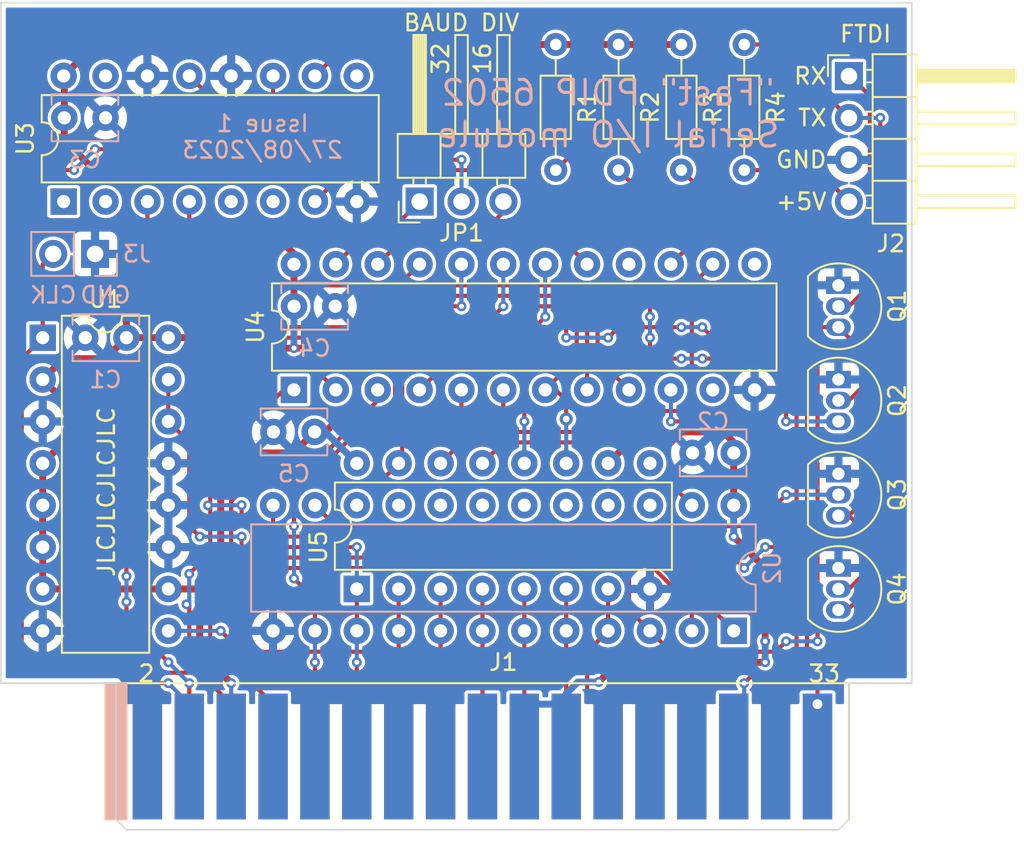
<source format=kicad_pcb>
(kicad_pcb (version 20221018) (generator pcbnew)
  (layers (0 "F.Cu" signal) (31 "B.Cu" signal) (34 "B.Paste" user) (35 "F.Paste" user) (36 "B.SilkS" user "B.Silkscreen") (37 "F.SilkS" user "F.Silkscreen") (38 "B.Mask" user) (39 "F.Mask" user) (44 "Edge.Cuts" user))
  (net 0 "")
  (net 1 "/CLK")
  (net 2 "VCC")
  (net 3 "GND")
  (net 4 "/~{WR_TDR}")
  (net 5 "/~{TXSHIFT}")
  (net 6 "/D0")
  (net 7 "/D1")
  (net 8 "/D2")
  (net 9 "/D3")
  (net 10 "/D4")
  (net 11 "/D5")
  (net 12 "/D6")
  (net 13 "/D7")
  (net 14 "/~{RESET}")
  (net 15 "/TX")
  (net 24 "/TXDONE")
  (net 27 "/FTDI_TX")
  (net 28 "/FTDI_RX")
  (net 31 "/FTDI_5V")
  (net 33 "/C0")
  (net 35 "/~{CS}")
  (net 36 "/R~{W}")
  (net 37 "/A0")
  (net 40 "/C1")
  (net 42 "/C4")
  (net 43 "/~{IRQ}")
  (net 45 "Net-(Q1-D)")
  (net 46 "/RXBUSY")
  (net 47 "/DIVCLK")
  (net 48 "/RX")
  (net 49 "Net-(Q3-D)")
  (net 50 "/~{RD_RDR}")
  (net 51 "/RCLK")
  (net 53 "/V~{R}W")
  (net 54 "/~{VA7}")
  (net 55 "/A7")
  (net 56 "/A3")
  (net 57 "/A2")
  (net 58 "/A1")
  (net 59 "Net-(JP1-A)")
  (net 60 "Net-(JP1-B)")
  (footprint "Connector_PinHeader_2.54mm:PinHeader_1x03_P2.54mm_Horizontal" (layer "F.Cu") (at 120.015 123.19 90)
    (fp_text reference "JP1")
    (fp_text value "Jumper_3_Bridged12")
  )
  (footprint "Package_DIP:DIP-16_W7.62mm" (layer "F.Cu") (at 116.205 146.685 90)
    (fp_text reference "U5")
    (fp_text value "74HC595")
  )
  (footprint "Resistor_THT:R_Axial_DIN0204_L3.6mm_D1.6mm_P7.62mm_Horizontal" (layer "F.Cu") (at 132.08 113.665 -90)
    (fp_text reference "R2")
    (fp_text value "1k5")
  )
  (footprint "Package_DIP:DIP-16_W7.62mm" (layer "F.Cu") (at 98.425 123.19 90)
    (fp_text reference "U3")
    (fp_text value "74HC590A")
  )
  (footprint "Package_TO_SOT_THT:TO-92_Inline" (layer "F.Cu") (at 145.415 145.415 -90)
    (fp_text reference "Q4")
    (fp_text value "2N7000")
  )
  (footprint "PCB_Edge_Connectors:PCB_Edge_33pin_sense" (layer "F.Cu") (at 125.095 151.13)
    (fp_text reference "J1")
    (fp_text value "conn_pcb_edge_33pin_sense")
  )
  (footprint "Package_TO_SOT_THT:TO-92_Inline" (layer "F.Cu") (at 145.415 128.27 -90)
    (fp_text reference "Q1")
    (fp_text value "2N7000")
  )
  (footprint "Connector_PinHeader_2.54mm:PinHeader_1x04_P2.54mm_Horizontal" (layer "F.Cu") (at 146.05 115.58)
    (fp_text reference "J2")
    (fp_text value "Conn_01x04_Pin")
  )
  (footprint "Package_TO_SOT_THT:TO-92_Inline" (layer "F.Cu") (at 145.415 133.985 -90)
    (fp_text reference "Q2")
    (fp_text value "2N7000")
  )
  (footprint "Resistor_THT:R_Axial_DIN0204_L3.6mm_D1.6mm_P7.62mm_Horizontal" (layer "F.Cu") (at 135.89 113.665 -90)
    (fp_text reference "R3")
    (fp_text value "4k7")
  )
  (footprint "Resistor_THT:R_Axial_DIN0204_L3.6mm_D1.6mm_P7.62mm_Horizontal" (layer "F.Cu") (at 139.7 113.665 -90)
    (fp_text reference "R4")
    (fp_text value "1k5")
  )
  (footprint "Package_TO_SOT_THT:TO-92_Inline" (layer "F.Cu") (at 145.415 139.7 -90)
    (fp_text reference "Q3")
    (fp_text value "2N7000")
  )
  (footprint "Package_DIP:DIP-24_W7.62mm" (layer "F.Cu") (at 112.39 134.61 90)
    (fp_text reference "U4")
    (fp_text value "Serial_Control_PLD")
  )
  (footprint "Package_DIP:DIP-16_W7.62mm" (layer "F.Cu") (at 97.155 131.445)
    (fp_text reference "U1")
    (fp_text value "74HC40103")
  )
  (footprint "Resistor_THT:R_Axial_DIN0204_L3.6mm_D1.6mm_P7.62mm_Horizontal" (layer "F.Cu") (at 128.27 113.665 -90)
    (fp_text reference "R1")
    (fp_text value "10k")
  )
  (footprint "Capacitor_THT:C_Disc_D3.8mm_W2.6mm_P2.50mm" (layer "B.Cu") (at 113.645 137.16 180)
    (fp_text reference "C5")
    (fp_text value ".1u")
  )
  (footprint "Capacitor_THT:C_Disc_D3.8mm_W2.6mm_P2.50mm" (layer "B.Cu") (at 102.235 131.445 180)
    (fp_text reference "C1")
    (fp_text value ".1u")
  )
  (footprint "Package_DIP:DIP-24_W7.62mm" (layer "B.Cu") (at 139.065 149.225 90)
    (fp_text reference "U2")
    (fp_text value "TX PLD")
  )
  (footprint "Capacitor_THT:C_Disc_D3.8mm_W2.6mm_P2.50mm" (layer "B.Cu") (at 139.065 138.43 180)
    (fp_text reference "C2")
    (fp_text value ".1u")
  )
  (footprint "Capacitor_THT:C_Disc_D3.8mm_W2.6mm_P2.50mm" (layer "B.Cu") (at 98.465 118.11)
    (fp_text reference "C3")
    (fp_text value ".1u")
  )
  (footprint "Connector_PinHeader_2.54mm:PinHeader_1x02_P2.54mm_Vertical" (layer "B.Cu") (at 100.33 126.365 90)
    (fp_text reference "J3")
    (fp_text value "Conn_01x02")
  )
  (footprint "Capacitor_THT:C_Disc_D3.8mm_W2.6mm_P2.50mm" (layer "B.Cu") (at 112.395 129.54)
    (fp_text reference "C4")
    (fp_text value ".1u")
  )
  (gr_poly (pts (xy 145.415 161.29) (xy 102.235 161.29) (xy 101.6 160.655) (xy 101.6 152.4) (xy 94.615 152.4) (xy 94.615 111.125) (xy 149.86 111.125) (xy 149.86 152.4) (xy 146.05 152.4) (xy 146.05 160.655)) (stroke (width 0.1)) (fill none) (layer "Edge.Cuts"))
  (gr_text "Serial I/O module" (at 131.445 120.015) (layer "B.SilkS") (effects (font (size 1.5 1.5) (thickness 0.1875)) (justify bottom mirror)))
  (gr_text "CLK" (at 97.79 128.27) (layer "B.SilkS") (effects (font (size 1 1)) (justify top mirror)))
  (gr_text "{dblquote}Fast{dblquote} PDIP 6502" (at 131.445 117.475) (layer "B.SilkS") (effects (font (size 1.5 1.5) (thickness 0.1875)) (justify bottom mirror)))
  (gr_text "Issue 1\n27/08/2023" (at 110.49 120.65) (layer "B.SilkS") (effects (font (size 1 1)) (justify bottom mirror)))
  (gr_text "GND" (at 100.965 128.27) (layer "B.SilkS") (effects (font (size 1 1)) (justify top mirror)))
  (gr_text "JLCJLCJLCJLC" (at 101.6 146.05 90) (layer "F.SilkS") (effects (font (size 1 1)) (justify left bottom)))
  (gr_text "+5V" (at 144.78 123.19) (layer "F.SilkS") (effects (font (size 1 1)) (justify right)))
  (gr_text "FTDI" (at 145.415 113.03) (layer "F.SilkS") (effects (font (size 1 1)) (justify left)))
  (gr_text "GND" (at 144.78 120.65) (layer "F.SilkS") (effects (font (size 1 1)) (justify right)))
  (gr_text "16" (at 123.825 115.57 90) (layer "F.SilkS") (effects (font (size 1 1)) (justify left)))
  (gr_text "TX" (at 144.78 118.11) (layer "F.SilkS") (effects (font (size 1 1)) (justify right)))
  (gr_text "32" (at 121.285 115.57 90) (layer "F.SilkS") (effects (font (size 1 1)) (justify left)))
  (gr_text "RX" (at 144.78 115.58) (layer "F.SilkS") (effects (font (size 1 1)) (justify right)))
  (gr_text "BAUD DIV" (at 122.555 111.76) (layer "F.SilkS") (effects (font (size 1 1)) (justify top)))
  (segment (start 107.315 141.748515) (end 107.315 144.496746) (width 0.25) (layer "F.Cu") (net 1))
  (segment (start 105.879534 147.618868) (end 106.045 147.784334) (width 0.25) (layer "F.Cu") (net 1))
  (segment (start 106.045 147.784334) (end 106.045 151.13) (width 0.25) (layer "F.Cu") (net 1))
  (segment (start 106.045 151.13) (end 106.68 151.765) (width 0.25) (layer "F.Cu") (net 1))
  (segment (start 117.475 144.78) (end 118.11 144.145) (width 0.25) (layer "F.Cu") (net 1))
  (segment (start 107.3135 141.483037) (end 107.3135 139.0665) (width 0.25) (layer "F.Cu") (net 1))
  (segment (start 118.11 144.145) (end 133.985 144.145) (width 0.25) (layer "F.Cu") (net 1))
  (segment (start 96.52 151.13) (end 102.87 151.13) (width 0.25) (layer "F.Cu") (net 1))
  (segment (start 111.76 144.78) (end 117.475 144.78) (width 0.25) (layer "F.Cu") (net 1))
  (segment (start 107.3135 139.0665) (end 111.77 134.61) (width 0.25) (layer "F.Cu") (net 1))
  (segment (start 97.155 131.445) (end 95.885 132.715) (width 0.25) (layer "F.Cu") (net 1))
  (segment (start 107.315 144.496746) (end 106.042998 145.768748) (width 0.25) (layer "F.Cu") (net 1))
  (segment (start 107.95 156.21) (end 108.585 156.845) (width 0.25) (layer "F.Cu") (net 1))
  (segment (start 102.87 151.13) (end 103.505 151.765) (width 0.25) (layer "F.Cu") (net 1))
  (segment (start 109.22 141.605) (end 109.22 142.24) (width 0.25) (layer "F.Cu") (net 1))
  (segment (start 97.155 127) (end 97.155 131.445) (width 0.25) (layer "F.Cu") (net 1))
  (segment (start 103.505 151.765) (end 106.68 151.765) (width 0.25) (layer "F.Cu") (net 1))
  (segment (start 109.22 142.24) (end 111.76 144.78) (width 0.25) (layer "F.Cu") (net 1))
  (segment (start 107.181511 141.615026) (end 107.3135 141.483037) (width 0.25) (layer "F.Cu") (net 1))
  (segment (start 107.181511 141.615026) (end 107.315 141.748515) (width 0.25) (layer "F.Cu") (net 1))
  (segment (start 95.885 132.715) (end 95.885 150.495) (width 0.25) (layer "F.Cu") (net 1))
  (segment (start 133.985 144.145) (end 139.065 149.225) (width 0.25) (layer "F.Cu") (net 1))
  (segment (start 106.68 151.765) (end 107.95 153.035) (width 0.25) (layer "F.Cu") (net 1))
  (segment (start 111.77 134.61) (end 112.39 134.61) (width 0.25) (layer "F.Cu") (net 1))
  (segment (start 95.885 150.495) (end 96.52 151.13) (width 0.25) (layer "F.Cu") (net 1))
  (segment (start 107.95 153.035) (end 107.95 156.21) (width 0.25) (layer "F.Cu") (net 1))
  (segment (start 97.79 126.365) (end 97.155 127) (width 0.25) (layer "F.Cu") (net 1))
  (via (at 106.042998 145.768748) (size 0.6) (drill 0.3) (layers "F.Cu" "B.Cu") (net 1))
  (via (at 109.22 141.605) (size 0.6) (drill 0.3) (layers "F.Cu" "B.Cu") (net 1))
  (via (at 105.879534 147.618868) (size 0.6) (drill 0.3) (layers "F.Cu" "B.Cu") (net 1))
  (via (at 107.181511 141.615026) (size 0.6) (drill 0.3) (layers "F.Cu" "B.Cu") (net 1))
  (segment (start 105.879534 147.618868) (end 106.042998 147.455404) (width 0.25) (layer "B.Cu") (net 1))
  (segment (start 109.22 141.605) (end 107.191537 141.605) (width 0.25) (layer "B.Cu") (net 1))
  (segment (start 106.042998 147.455404) (end 106.042998 145.768748) (width 0.25) (layer "B.Cu") (net 1))
  (segment (start 107.191537 141.605) (end 107.181511 141.615026) (width 0.25) (layer "B.Cu") (net 1))
  (segment (start 106.68 150.495) (end 106.68 147.817851) (width 0.42) (layer "F.Cu") (net 2))
  (segment (start 114.935 132.08) (end 116.205 133.35) (width 0.42) (layer "F.Cu") (net 2))
  (segment (start 114.3 137.16) (end 113.645 137.16) (width 0.42) (layer "F.Cu") (net 2))
  (segment (start 106.0455 146.6855) (end 106.045 146.685) (width 0.42) (layer "F.Cu") (net 2))
  (segment (start 104.775 131.445) (end 109.22 131.445) (width 0.42) (layer "F.Cu") (net 2))
  (segment (start 100.33 113.665) (end 128.27 113.665) (width 0.42) (layer "F.Cu") (net 2))
  (segment (start 99.06 137.16) (end 99.06 135.89) (width 0.42) (layer "F.Cu") (net 2))
  (segment (start 102.235 131.445) (end 102.235 121.285) (width 0.42) (layer "F.Cu") (net 2))
  (segment (start 112.395 129.54) (end 112.395 126.995) (width 0.42) (layer "F.Cu") (net 2))
  (segment (start 132.08 113.665) (end 135.89 113.665) (width 0.42) (layer "F.Cu") (net 2))
  (segment (start 97.155 139.065) (end 99.06 137.16) (width 0.42) (layer "F.Cu") (net 2))
  (segment (start 110.488 138.432) (end 112.393 138.432) (width 0.42) (layer "F.Cu") (net 2))
  (segment (start 98.465 118.11) (end 98.465 115.61) (width 0.42) (layer "F.Cu") (net 2))
  (segment (start 116.205 133.35) (end 116.205 135.255) (width 0.42) (layer "F.Cu") (net 2))
  (segment (start 100.965 132.715) (end 102.235 131.445) (width 0.42) (layer "F.Cu") (net 2))
  (segment (start 109.22 131.445) (end 109.855 132.08) (width 0.42) (layer "F.Cu") (net 2))
  (segment (start 97.155 146.685) (end 102.87 146.685) (width 0.42) (layer "F.Cu") (net 2))
  (segment (start 109.855 123.825) (end 112.39 126.36) (width 0.42) (layer "F.Cu") (net 2))
  (segment (start 107.95 145.4155) (end 107.95 140.97) (width 0.42) (layer "F.Cu") (net 2))
  (segment (start 112.395 138.43) (end 112.395 138.41) (width 0.42) (layer "F.Cu") (net 2))
  (segment (start 104.775 146.685) (end 106.045 146.685) (width 0.42) (layer "F.Cu") (net 2))
  (segment (start 108.585 121.285) (end 109.855 122.555) (width 0.42) (layer "F.Cu") (net 2))
  (segment (start 98.425 132.715) (end 100.965 132.715) (width 0.42) (layer "F.Cu") (net 2))
  (segment (start 109.855 132.08) (end 112.395 132.08) (width 0.42) (layer "F.Cu") (net 2))
  (segment (start 132.08 151.13) (end 140.97 151.13) (width 0.42) (layer "F.Cu") (net 2))
  (segment (start 98.425 115.57) (end 100.33 113.665) (width 0.42) (layer "F.Cu") (net 2))
  (segment (start 97.155 144.145) (end 97.155 141.605) (width 0.42) (layer "F.Cu") (net 2))
  (segment (start 112.395 138.41) (end 113.645 137.16) (width 0.42) (layer "F.Cu") (net 2))
  (segment (start 139.065 141.605) (end 139.065 137.795) (width 0.42) (layer "F.Cu") (net 2))
  (segment (start 135.255 137.795) (end 132.715 137.795) (width 0.42) (layer "F.Cu") (net 2))
  (segment (start 116.205 135.255) (end 114.3 137.16) (width 0.42) (layer "F.Cu") (net 2))
  (segment (start 98.465 115.61) (end 98.425 115.57) (width 0.42) (layer "F.Cu") (net 2))
  (segment (start 112.39 126.36) (end 112.39 126.99) (width 0.42) (layer "F.Cu") (net 2))
  (segment (start 100.29 121.285) (end 102.235 121.285) (width 0.42) (layer "F.Cu") (net 2))
  (segment (start 140.97 145.415) (end 139.065 143.51) (width 0.42) (layer "F.Cu") (net 2))
  (segment (start 97.155 146.685) (end 97.155 144.145) (width 0.42) (layer "F.Cu") (net 2))
  (segment (start 130.88247 152.32753) (end 132.08 151.13) (width 0.42) (layer "F.Cu") (net 2))
  (segment (start 112.393 138.432) (end 112.395 138.43) (width 0.42) (layer "F.Cu") (net 2))
  (segment (start 106.68 147.817851) (end 106.682 147.815851) (width 0.42) (layer "F.Cu") (net 2))
  (segment (start 107.95 140.97) (end 110.488 138.432) (width 0.42) (layer "F.Cu") (net 2))
  (segment (start 135.89 137.16) (end 135.255 137.795) (width 0.42) (layer "F.Cu") (net 2))
  (segment (start 98.465 119.46) (end 100.29 121.285) (width 0.42) (layer "F.Cu") (net 2))
  (segment (start 112.395 132.08) (end 114.935 132.08) (width 0.42) (layer "F.Cu") (net 2))
  (segment (start 106.68 146.6855) (end 106.0455 146.6855) (width 0.42) (layer "F.Cu") (net 2))
  (segment (start 106.682 146.6875) (end 106.68 146.6855) (width 0.42) (layer "F.Cu") (net 2))
  (segment (start 132.715 137.795) (end 131.445 139.065) (width 0.42) (layer "F.Cu") (net 2))
  (segment (start 128.27 113.665) (end 132.08 113.665) (width 0.42) (layer "F.Cu") (net 2))
  (segment (start 102.87 146.685) (end 104.775 146.685) (width 0.42) (layer "F.Cu") (net 2))
  (segment (start 140.97 149.86) (end 140.97 145.415) (width 0.42) (layer "F.Cu") (net 2))
  (segment (start 102.235 121.285) (end 108.585 121.285) (width 0.42) (layer "F.Cu") (net 2))
  (segment (start 102.235 131.445) (end 104.775 131.445) (width 0.42) (layer "F.Cu") (net 2))
  (segment (start 106.045 146.685) (end 106.6805 146.685) (width 0.42) (layer "F.Cu") (net 2))
  (segment (start 97.155 141.605) (end 97.155 139.065) (width 0.42) (layer "F.Cu") (net 2))
  (segment (start 112.395 126.995) (end 112.39 126.99) (width 0.42) (layer "F.Cu") (net 2))
  (segment (start 106.6805 146.685) (end 107.95 145.4155) (width 0.42) (layer "F.Cu") (net 2))
  (segment (start 138.43 137.16) (end 135.89 137.16) (width 0.42) (layer "F.Cu") (net 2))
  (segment (start 99.06 135.89) (end 97.155 133.985) (width 0.42) (layer "F.Cu") (net 2))
  (segment (start 98.465 118.11) (end 98.465 119.46) (width 0.42) (layer "F.Cu") (net 2))
  (segment (start 139.065 137.795) (end 138.43 137.16) (width 0.42) (layer "F.Cu") (net 2))
  (segment (start 108.585 152.4) (end 106.68 150.495) (width 0.42) (layer "F.Cu") (net 2))
  (segment (start 97.155 133.985) (end 98.425 132.715) (width 0.42) (layer "F.Cu") (net 2))
  (segment (start 106.682 147.815851) (end 106.682 146.6875) (width 0.42) (layer "F.Cu") (net 2))
  (segment (start 109.855 122.555) (end 109.855 123.825) (width 0.42) (layer "F.Cu") (net 2))
  (via (at 108.585 152.4) (size 0.6) (drill 0.3) (layers "F.Cu" "B.Cu") (net 2))
  (via (at 140.97 149.86) (size 0.6) (drill 0.3) (layers "F.Cu" "B.Cu") (net 2))
  (via (at 130.88247 152.32753) (size 0.6) (drill 0.3) (layers "F.Cu" "B.Cu") (net 2))
  (via (at 140.97 151.13) (size 0.6) (drill 0.3) (layers "F.Cu" "B.Cu") (net 2))
  (via (at 139.065 143.51) (size 0.6) (drill 0.3) (layers "F.Cu" "B.Cu") (net 2))
  (via (at 112.395 132.08) (size 0.6) (drill 0.3) (layers "F.Cu" "B.Cu") (net 2))
  (segment (start 129.61247 152.32753) (end 128.905 153.035) (width 0.42) (layer "B.Cu") (net 2))
  (segment (start 108.585 152.4) (end 108.585 156.845) (width 0.25) (layer "B.Cu") (net 2))
  (segment (start 113.645 137.16) (end 114.3 137.16) (width 0.42) (layer "B.Cu") (net 2))
  (segment (start 130.88247 152.32753) (end 129.61247 152.32753) (width 0.42) (layer "B.Cu") (net 2))
  (segment (start 128.905 153.035) (end 128.905 156.845) (width 0.42) (layer "B.Cu") (net 2))
  (segment (start 126.365 156.845) (end 126.365 154.305) (width 0.42) (layer "B.Cu") (net 2))
  (segment (start 114.3 137.16) (end 116.205 139.065) (width 0.42) (layer "B.Cu") (net 2))
  (segment (start 126.365 154.305) (end 127 153.67) (width 0.42) (layer "B.Cu") (net 2))
  (segment (start 127 153.67) (end 128.27 153.67) (width 0.42) (layer "B.Cu") (net 2))
  (segment (start 112.395 132.08) (end 112.395 129.54) (width 0.42) (layer "B.Cu") (net 2))
  (segment (start 140.97 151.13) (end 140.97 149.86) (width 0.42) (layer "B.Cu") (net 2))
  (segment (start 128.27 153.67) (end 128.905 154.305) (width 0.42) (layer "B.Cu") (net 2))
  (segment (start 139.065 143.51) (end 139.065 141.605) (width 0.42) (layer "B.Cu") (net 2))
  (segment (start 128.905 154.305) (end 128.905 156.845) (width 0.42) (layer "B.Cu") (net 2))
  (segment (start 109.22 150.495) (end 116.84 150.495) (width 0.25) (layer "F.Cu") (net 4))
  (segment (start 135.255 150.495) (end 133.985 149.225) (width 0.25) (layer "F.Cu") (net 4))
  (segment (start 116.84 150.495) (end 117.475 149.86) (width 0.25) (layer "F.Cu") (net 4))
  (segment (start 141.605 150.495) (end 135.255 150.495) (width 0.25) (layer "F.Cu") (net 4))
  (segment (start 142.24 131.445) (end 143.51 132.715) (width 0.25) (layer "F.Cu") (net 4))
  (segment (start 143.51 132.715) (end 143.51 138.43) (width 0.25) (layer "F.Cu") (net 4))
  (segment (start 136.51 125.73) (end 140.97 125.73) (width 0.25) (layer "F.Cu") (net 4))
  (segment (start 117.475 146.05) (end 118.11 145.415) (width 0.25) (layer "F.Cu") (net 4))
  (segment (start 142.24 127) (end 142.24 131.445) (width 0.25) (layer "F.Cu") (net 4))
  (segment (start 143.51 138.43) (end 144.145 139.065) (width 0.25) (layer "F.Cu") (net 4))
  (segment (start 142.24 149.86) (end 141.605 150.495) (width 0.25) (layer "F.Cu") (net 4))
  (segment (start 140.97 125.73) (end 142.24 127) (width 0.25) (layer "F.Cu") (net 4))
  (segment (start 135.25 126.99) (end 136.51 125.73) (width 0.25) (layer "F.Cu") (net 4))
  (segment (start 144.145 139.065) (end 144.145 149.86) (width 0.25) (layer "F.Cu") (net 4))
  (segment (start 132.715 146.031247) (end 132.715 147.955) (width 0.25) (layer "F.Cu") (net 4))
  (segment (start 118.11 145.415) (end 132.098753 145.415) (width 0.25) (layer "F.Cu") (net 4))
  (segment (start 117.475 149.86) (end 117.475 146.05) (width 0.25) (layer "F.Cu") (net 4))
  (segment (start 132.715 147.955) (end 133.985 149.225) (width 0.25) (layer "F.Cu") (net 4))
  (segment (start 132.098753 145.415) (end 132.715 146.031247) (width 0.25) (layer "F.Cu") (net 4))
  (segment (start 107.95 149.225) (end 109.22 150.495) (width 0.25) (layer "F.Cu") (net 4))
  (via (at 142.24 149.86) (size 0.6) (drill 0.3) (layers "F.Cu" "B.Cu") (net 4))
  (via (at 107.95 149.225) (size 0.6) (drill 0.3) (layers "F.Cu" "B.Cu") (net 4))
  (via (at 144.145 149.86) (size 0.6) (drill 0.3) (layers "F.Cu" "B.Cu") (net 4))
  (segment (start 144.145 149.86) (end 142.24 149.86) (width 0.25) (layer "B.Cu") (net 4))
  (segment (start 107.95 149.225) (end 104.775 149.225) (width 0.25) (layer "B.Cu") (net 4))
  (segment (start 104.775 136.525) (end 104.775 133.985) (width 0.25) (layer "F.Cu") (net 5))
  (segment (start 106.045 142.875) (end 106.045 137.795) (width 0.25) (layer "F.Cu") (net 5))
  (segment (start 106.045 137.795) (end 104.775 136.525) (width 0.25) (layer "F.Cu") (net 5))
  (segment (start 106.68 143.51) (end 106.045 142.875) (width 0.25) (layer "F.Cu") (net 5))
  (segment (start 133.567754 144.78) (end 136.525 147.737247) (width 0.25) (layer "F.Cu") (net 5))
  (segment (start 117.475 145.415) (end 118.11 144.78) (width 0.25) (layer "F.Cu") (net 5))
  (segment (start 136.525 147.737247) (end 136.525 149.225) (width 0.25) (layer "F.Cu") (net 5))
  (segment (start 118.11 144.78) (end 133.567754 144.78) (width 0.25) (layer "F.Cu") (net 5))
  (segment (start 109.22 144.043158) (end 110.591842 145.415) (width 0.25) (layer "F.Cu") (net 5))
  (segment (start 109.22 143.51) (end 109.22 144.043158) (width 0.25) (layer "F.Cu") (net 5))
  (segment (start 110.591842 145.415) (end 117.475 145.415) (width 0.25) (layer "F.Cu") (net 5))
  (via (at 106.68 143.51) (size 0.6) (drill 0.3) (layers "F.Cu" "B.Cu") (net 5))
  (via (at 109.22 143.51) (size 0.6) (drill 0.3) (layers "F.Cu" "B.Cu") (net 5))
  (segment (start 106.68 143.51) (end 109.22 143.51) (width 0.25) (layer "B.Cu") (net 5))
  (segment (start 131.445 146.685) (end 131.445 149.225) (width 0.25) (layer "F.Cu") (net 6))
  (segment (start 130.175 150.495) (end 130.175 153.035) (width 0.25) (layer "F.Cu") (net 6))
  (segment (start 130.175 153.035) (end 131.445 154.305) (width 0.25) (layer "F.Cu") (net 6))
  (segment (start 131.445 149.225) (end 130.175 150.495) (width 0.25) (layer "F.Cu") (net 6))
  (segment (start 131.445 154.305) (end 131.445 156.845) (width 0.25) (layer "F.Cu") (net 6))
  (segment (start 128.905 146.685) (end 128.905 149.225) (width 0.25) (layer "F.Cu") (net 7))
  (segment (start 128.905 149.225) (end 128.905 156.845) (width 0.25) (layer "F.Cu") (net 7))
  (segment (start 126.365 149.225) (end 126.365 156.845) (width 0.25) (layer "F.Cu") (net 8))
  (segment (start 126.365 146.685) (end 126.365 149.225) (width 0.25) (layer "F.Cu") (net 8))
  (segment (start 123.825 146.685) (end 123.825 149.225) (width 0.25) (layer "F.Cu") (net 9))
  (segment (start 123.825 149.225) (end 123.825 156.845) (width 0.25) (layer "F.Cu") (net 9))
  (segment (start 121.285 149.225) (end 121.285 156.845) (width 0.25) (layer "F.Cu") (net 10))
  (segment (start 121.285 146.685) (end 121.285 149.225) (width 0.25) (layer "F.Cu") (net 10))
  (segment (start 118.745 146.685) (end 118.745 149.225) (width 0.25) (layer "F.Cu") (net 11))
  (segment (start 118.745 149.225) (end 118.745 156.845) (width 0.25) (layer "F.Cu") (net 11))
  (segment (start 122.555 129.54) (end 121.92 129.54) (width 0.25) (layer "F.Cu") (net 12))
  (segment (start 113.665 139.7) (end 111.125 139.7) (width 0.25) (layer "F.Cu") (net 12))
  (segment (start 111.76 144.145) (end 116.205 144.145) (width 0.25) (layer "F.Cu") (net 12))
  (segment (start 111.125 139.7) (end 109.855 140.97) (width 0.25) (layer "F.Cu") (net 12))
  (segment (start 118.11 135.89) (end 117.475 135.89) (width 0.25) (layer "F.Cu") (net 12))
  (segment (start 118.522 135.478) (end 118.11 135.89) (width 0.25) (layer "F.Cu") (net 12))
  (segment (start 109.855 140.97) (end 109.855 142.24) (width 0.25) (layer "F.Cu") (net 12))
  (segment (start 116.205 146.685) (end 116.205 149.225) (width 0.25) (layer "F.Cu") (net 12))
  (segment (start 121.92 129.54) (end 118.522 132.938) (width 0.25) (layer "F.Cu") (net 12))
  (segment (start 118.522 132.938) (end 118.522 135.478) (width 0.25) (layer "F.Cu") (net 12))
  (segment (start 117.475 135.89) (end 113.665 139.7) (width 0.25) (layer "F.Cu") (net 12))
  (segment (start 109.855 142.24) (end 111.76 144.145) (width 0.25) (layer "F.Cu") (net 12))
  (segment (start 116.205 151.13) (end 116.205 156.845) (width 0.25) (layer "F.Cu") (net 12))
  (via (at 116.205 144.145) (size 0.6) (drill 0.3) (layers "F.Cu" "B.Cu") (net 12))
  (via (at 122.555 129.54) (size 0.6) (drill 0.3) (layers "F.Cu" "B.Cu") (net 12))
  (via (at 116.205 151.13) (size 0.6) (drill 0.3) (layers "F.Cu" "B.Cu") (net 12))
  (segment (start 116.205 149.225) (end 116.205 151.13) (width 0.25) (layer "B.Cu") (net 12))
  (segment (start 116.205 146.685) (end 116.205 144.145) (width 0.25) (layer "B.Cu") (net 12))
  (segment (start 122.555 129.54) (end 122.55 129.535) (width 0.25) (layer "B.Cu") (net 12))
  (segment (start 122.55 129.535) (end 122.55 126.99) (width 0.25) (layer "B.Cu") (net 12))
  (segment (start 112.395 140.97) (end 113.03 140.335) (width 0.25) (layer "F.Cu") (net 13))
  (segment (start 113.03 140.335) (end 117.475 140.335) (width 0.25) (layer "F.Cu") (net 13))
  (segment (start 112.395 142.875) (end 112.395 140.97) (width 0.25) (layer "F.Cu") (net 13))
  (segment (start 113.665 147.32) (end 113.665 149.225) (width 0.25) (layer "F.Cu") (net 13))
  (segment (start 118.958 133.772) (end 121.92 130.81) (width 0.25) (layer "F.Cu") (net 13))
  (segment (start 123.825 130.81) (end 121.92 130.81) (width 0.25) (layer "F.Cu") (net 13))
  (segment (start 118.958 138.852) (end 118.958 133.772) (width 0.25) (layer "F.Cu") (net 13))
  (segment (start 125.09 129.545) (end 123.825 130.81) (width 0.25) (layer "F.Cu") (net 13))
  (segment (start 112.395 146.05) (end 113.665 147.32) (width 0.25) (layer "F.Cu") (net 13))
  (segment (start 117.475 140.335) (end 118.745 139.065) (width 0.25) (layer "F.Cu") (net 13))
  (segment (start 125.09 129.54) (end 125.09 129.545) (width 0.25) (layer "F.Cu") (net 13))
  (segment (start 118.745 139.065) (end 118.958 138.852) (width 0.25) (layer "F.Cu") (net 13))
  (segment (start 113.665 151.13) (end 113.665 156.845) (width 0.25) (layer "F.Cu") (net 13))
  (via (at 125.09 129.54) (size 0.6) (drill 0.3) (layers "F.Cu" "B.Cu") (net 13))
  (via (at 112.395 142.875) (size 0.6) (drill 0.3) (layers "F.Cu" "B.Cu") (net 13))
  (via (at 112.395 146.05) (size 0.6) (drill 0.3) (layers "F.Cu" "B.Cu") (net 13))
  (via (at 113.665 151.13) (size 0.6) (drill 0.3) (layers "F.Cu" "B.Cu") (net 13))
  (segment (start 112.395 146.05) (end 112.395 142.875) (width 0.25) (layer "B.Cu") (net 13))
  (segment (start 125.09 129.54) (end 125.09 126.99) (width 0.25) (layer "B.Cu") (net 13))
  (segment (start 113.665 149.225) (end 113.665 151.13) (width 0.25) (layer "B.Cu") (net 13))
  (segment (start 135.255 136.525) (end 140.335 136.525) (width 0.25) (layer "F.Cu") (net 14))
  (segment (start 140.335 151.765) (end 142.276412 151.765) (width 0.25) (layer "F.Cu") (net 14))
  (segment (start 139.7 152.4015) (end 139.7 152.4) (width 0.25) (layer "F.Cu") (net 14))
  (segment (start 111.76 143.51) (end 111.125 142.875) (width 0.25) (layer "F.Cu") (net 14))
  (segment (start 142.875 140.335) (end 142.875 144.145) (width 0.25) (layer "F.Cu") (net 14))
  (segment (start 139.7 152.4) (end 140.335 151.765) (width 0.25) (layer "F.Cu") (net 14))
  (segment (start 139.7 145.415) (end 137.795 143.51) (width 0.25) (layer "F.Cu") (net 14))
  (segment (start 111.125 142.875) (end 111.125 141.605) (width 0.25) (layer "F.Cu") (net 14))
  (segment (start 140.335 136.525) (end 142.24 138.43) (width 0.25) (layer "F.Cu") (net 14))
  (segment (start 142.276412 151.765) (end 142.875 151.166412) (width 0.25) (layer "F.Cu") (net 14))
  (segment (start 142.875 151.166412) (end 142.875 144.145) (width 0.25) (layer "F.Cu") (net 14))
  (segment (start 142.24 139.7) (end 142.875 140.335) (width 0.25) (layer "F.Cu") (net 14))
  (segment (start 142.24 138.43) (end 142.24 139.7) (width 0.25) (layer "F.Cu") (net 14))
  (segment (start 137.795 143.51) (end 111.76 143.51) (width 0.25) (layer "F.Cu") (net 14))
  (segment (start 140.97 144.145) (end 142.875 144.145) (width 0.25) (layer "F.Cu") (net 14))
  (via (at 139.7 145.415) (size 0.6) (drill 0.3) (layers "F.Cu" "B.Cu") (net 14))
  (via (at 135.255 136.525) (size 0.6) (drill 0.3) (layers "F.Cu" "B.Cu") (net 14))
  (via (at 140.97 144.145) (size 0.6) (drill 0.3) (layers "F.Cu" "B.Cu") (net 14))
  (via (at 139.7 152.4015) (size 0.6) (drill 0.3) (layers "F.Cu" "B.Cu") (net 14))
  (segment (start 139.7 156.21) (end 139.065 156.845) (width 0.25) (layer "B.Cu") (net 14))
  (segment (start 135.255 134.62) (end 135.25 134.615) (width 0.25) (layer "B.Cu") (net 14))
  (segment (start 139.7 152.4015) (end 139.7 156.21) (width 0.25) (layer "B.Cu") (net 14))
  (segment (start 135.255 136.525) (end 135.255 134.62) (width 0.25) (layer "B.Cu") (net 14))
  (segment (start 135.25 134.615) (end 135.25 134.61) (width 0.25) (layer "B.Cu") (net 14))
  (segment (start 139.7 145.415) (end 140.97 144.145) (width 0.25) (layer "B.Cu") (net 14))
  (segment (start 114.935 142.875) (end 113.665 141.605) (width 0.25) (layer "F.Cu") (net 15))
  (segment (start 140.335 142.875) (end 114.935 142.875) (width 0.25) (layer "F.Cu") (net 15))
  (segment (start 142.24 140.97) (end 140.335 142.875) (width 0.25) (layer "F.Cu") (net 15))
  (via (at 142.24 140.97) (size 0.6) (drill 0.3) (layers "F.Cu" "B.Cu") (net 15))
  (segment (start 142.24 140.97) (end 145.415 140.97) (width 0.25) (layer "B.Cu") (net 15))
  (segment (start 122.55 135.885) (end 122.55 134.61) (width 0.25) (layer "F.Cu") (net 24))
  (segment (start 120.015 138.43) (end 122.555 135.89) (width 0.25) (layer "F.Cu") (net 24))
  (segment (start 122.555 135.89) (end 122.55 135.885) (width 0.25) (layer "F.Cu") (net 24))
  (segment (start 135.255 140.335) (end 120.65 140.335) (width 0.25) (layer "F.Cu") (net 24))
  (segment (start 136.525 141.605) (end 135.255 140.335) (width 0.25) (layer "F.Cu") (net 24))
  (segment (start 120.65 140.335) (end 120.015 139.7) (width 0.25) (layer "F.Cu") (net 24))
  (segment (start 120.015 139.7) (end 120.015 138.43) (width 0.25) (layer "F.Cu") (net 24))
  (segment (start 147.32 128.27) (end 146.05 129.54) (width 0.25) (layer "F.Cu") (net 27))
  (segment (start 146.05 129.54) (end 145.415 129.54) (width 0.25) (layer "F.Cu") (net 27))
  (segment (start 146.12 115.58) (end 147.32 116.78) (width 0.25) (layer "F.Cu") (net 27))
  (segment (start 147.32 116.78) (end 147.32 128.27) (width 0.25) (layer "F.Cu") (net 27))
  (segment (start 141.605 113.665) (end 139.7 113.665) (width 0.25) (layer "F.Cu") (net 28))
  (segment (start 147.955 145.965) (end 145.965 147.955) (width 0.25) (layer "F.Cu") (net 28))
  (segment (start 142.24 114.31) (end 142.24 114.3) (width 0.25) (layer "F.Cu") (net 28))
  (segment (start 147.955 118.11) (end 147.955 145.965) (width 0.25) (layer "F.Cu") (net 28))
  (segment (start 142.24 114.3) (end 141.605 113.665) (width 0.25) (layer "F.Cu") (net 28))
  (segment (start 145.965 147.955) (end 145.415 147.955) (width 0.25) (layer "F.Cu") (net 28))
  (segment (start 146.05 118.12) (end 142.24 114.31) (width 0.25) (layer "F.Cu") (net 28))
  (via (at 147.955 118.11) (size 0.6) (drill 0.3) (layers "F.Cu" "B.Cu") (net 28))
  (segment (start 147.945 118.12) (end 147.955 118.11) (width 0.25) (layer "B.Cu") (net 28))
  (segment (start 146.05 118.12) (end 147.945 118.12) (width 0.25) (layer "B.Cu") (net 28))
  (segment (start 144.145 121.285) (end 146.06 123.2) (width 0.25) (layer "F.Cu") (net 31))
  (segment (start 139.7 121.285) (end 144.145 121.285) (width 0.25) (layer "F.Cu") (net 31))
  (segment (start 103.505 124.46) (end 110.49 131.445) (width 0.25) (layer "F.Cu") (net 33))
  (segment (start 128.27 128.905) (end 129.54 130.175) (width 0.25) (layer "F.Cu") (net 33))
  (segment (start 129.54 132.7) (end 127.63 134.61) (width 0.25) (layer "F.Cu") (net 33))
  (segment (start 129.54 130.175) (end 129.54 132.7) (width 0.25) (layer "F.Cu") (net 33))
  (segment (start 103.505 123.19) (end 103.505 124.46) (width 0.25) (layer "F.Cu") (net 33))
  (segment (start 128.2625 134.61) (end 127.63 134.61) (width 0.25) (layer "F.Cu") (net 33))
  (segment (start 128.905 136.380578) (end 128.905 135.2525) (width 0.25) (layer "F.Cu") (net 33))
  (segment (start 121.285 128.905) (end 128.27 128.905) (width 0.25) (layer "F.Cu") (net 33))
  (segment (start 110.49 131.445) (end 118.745 131.445) (width 0.25) (layer "F.Cu") (net 33))
  (segment (start 118.745 131.445) (end 121.285 128.905) (width 0.25) (layer "F.Cu") (net 33))
  (segment (start 128.905 135.2525) (end 128.2625 134.61) (width 0.25) (layer "F.Cu") (net 33))
  (via (at 128.905 136.380578) (size 0.8) (drill 0.4) (layers "F.Cu" "B.Cu") (net 33))
  (segment (start 128.905 136.380578) (end 128.905 139.065) (width 0.25) (layer "B.Cu") (net 33))
  (segment (start 102.235 145.915372) (end 102.235 133.985) (width 0.25) (layer "F.Cu") (net 35))
  (segment (start 102.235 147.467209) (end 102.235 148.59) (width 0.25) (layer "F.Cu") (net 35))
  (segment (start 103.505 132.715) (end 113.035 132.715) (width 0.25) (layer "F.Cu") (net 35))
  (segment (start 106.045 152.4) (end 106.045 156.845) (width 0.25) (layer "F.Cu") (net 35))
  (segment (start 102.235 148.59) (end 104.775 151.13) (width 0.25) (layer "F.Cu") (net 35))
  (segment (start 102.235 133.985) (end 103.505 132.715) (width 0.25) (layer "F.Cu") (net 35))
  (segment (start 113.035 132.715) (end 114.93 134.61) (width 0.25) (layer "F.Cu") (net 35))
  (via (at 106.045 152.4) (size 0.6) (drill 0.3) (layers "F.Cu" "B.Cu") (net 35))
  (via (at 104.775 151.13) (size 0.6) (drill 0.3) (layers "F.Cu" "B.Cu") (net 35))
  (via (at 102.235 147.467209) (size 0.6) (drill 0.3) (layers "F.Cu" "B.Cu") (net 35))
  (via (at 102.235 145.915372) (size 0.6) (drill 0.3) (layers "F.Cu" "B.Cu") (net 35))
  (segment (start 102.235 145.915372) (end 102.235 147.467209) (width 0.25) (layer "B.Cu") (net 35))
  (segment (start 104.775 151.13) (end 106.045 152.4) (width 0.25) (layer "B.Cu") (net 35))
  (segment (start 113.665 139.065) (end 110.894 139.065) (width 0.25) (layer "F.Cu") (net 36))
  (segment (start 108.585 141.374) (end 108.585 146.195646) (width 0.25) (layer "F.Cu") (net 36))
  (segment (start 110.894 139.065) (end 108.585 141.374) (width 0.25) (layer "F.Cu") (net 36))
  (segment (start 107.315 147.465646) (end 107.315 149.86) (width 0.25) (layer "F.Cu") (net 36))
  (segment (start 111.125 153.67) (end 111.125 156.845) (width 0.25) (layer "F.Cu") (net 36))
  (segment (start 117.47 135.26) (end 113.665 139.065) (width 0.25) (layer "F.Cu") (net 36))
  (segment (start 108.585 146.195646) (end 107.315 147.465646) (width 0.25) (layer "F.Cu") (net 36))
  (segment (start 117.47 134.61) (end 117.47 135.26) (width 0.25) (layer "F.Cu") (net 36))
  (segment (start 107.315 149.86) (end 111.125 153.67) (width 0.25) (layer "F.Cu") (net 36))
  (segment (start 131.445 131.445) (end 132.08 130.81) (width 0.25) (layer "F.Cu") (net 37))
  (segment (start 128.905 131.445) (end 128.905 130.175) (width 0.25) (layer "F.Cu") (net 37))
  (segment (start 128.905 130.175) (end 128.27 129.54) (width 0.25) (layer "F.Cu") (net 37))
  (segment (start 143.51 139.7) (end 143.51 151.765) (width 0.25) (layer "F.Cu") (net 37))
  (segment (start 142.875 139.065) (end 143.51 139.7) (width 0.25) (layer "F.Cu") (net 37))
  (segment (start 120.025 134.61) (end 120.01 134.61) (width 0.25) (layer "F.Cu") (net 37))
  (segment (start 138.43 132.08) (end 141.605 132.08) (width 0.25) (layer "F.Cu") (net 37))
  (segment (start 143.51 151.765) (end 144.145 152.4) (width 0.25) (layer "F.Cu") (net 37))
  (segment (start 144.145 152.4) (end 144.145 156.845) (width 0.25) (layer "F.Cu") (net 37))
  (segment (start 141.605 132.08) (end 142.875 133.35) (width 0.25) (layer "F.Cu") (net 37))
  (segment (start 137.16 130.81) (end 138.43 132.08) (width 0.25) (layer "F.Cu") (net 37))
  (segment (start 126.365 129.54) (end 124.46 131.445) (width 0.25) (layer "F.Cu") (net 37))
  (segment (start 132.08 130.81) (end 135.89 130.81) (width 0.25) (layer "F.Cu") (net 37))
  (segment (start 124.46 131.445) (end 123.19 131.445) (width 0.25) (layer "F.Cu") (net 37))
  (segment (start 128.27 129.54) (end 126.365 129.54) (width 0.25) (layer "F.Cu") (net 37))
  (segment (start 142.875 133.35) (end 142.875 139.065) (width 0.25) (layer "F.Cu") (net 37))
  (segment (start 123.19 131.445) (end 120.025 134.61) (width 0.25) (layer "F.Cu") (net 37))
  (via (at 131.445 131.445) (size 0.6) (drill 0.3) (layers "F.Cu" "B.Cu") (net 37))
  (via (at 137.16 130.81) (size 0.6) (drill 0.3) (layers "F.Cu" "B.Cu") (net 37))
  (via (at 135.89 130.81) (size 0.6) (drill 0.3) (layers "F.Cu" "B.Cu") (net 37))
  (via (at 128.905 131.445) (size 0.6) (drill 0.3) (layers "F.Cu" "B.Cu") (net 37))
  (segment (start 135.89 130.81) (end 137.16 130.81) (width 0.25) (layer "B.Cu") (net 37))
  (segment (start 131.445 131.445) (end 128.905 131.445) (width 0.25) (layer "B.Cu") (net 37))
  (segment (start 130.17 132.71) (end 130.17 134.61) (width 0.25) (layer "F.Cu") (net 40))
  (segment (start 130.175 132.705) (end 130.17 132.71) (width 0.25) (layer "F.Cu") (net 40))
  (segment (start 106.045 123.19) (end 106.045 125.73) (width 0.25) (layer "F.Cu") (net 40))
  (segment (start 106.045 125.73) (end 111.125 130.81) (width 0.25) (layer "F.Cu") (net 40))
  (segment (start 111.125 130.81) (end 118.11 130.81) (width 0.25) (layer "F.Cu") (net 40))
  (segment (start 118.11 130.81) (end 120.65 128.27) (width 0.25) (layer "F.Cu") (net 40))
  (segment (start 130.175 130.175) (end 130.175 132.705) (width 0.25) (layer "F.Cu") (net 40))
  (segment (start 120.65 128.27) (end 128.27 128.27) (width 0.25) (layer "F.Cu") (net 40))
  (segment (start 128.27 128.27) (end 130.175 130.175) (width 0.25) (layer "F.Cu") (net 40))
  (segment (start 115.57 121.285) (end 113.665 123.19) (width 0.25) (layer "F.Cu") (net 42))
  (segment (start 128.905 126.365) (end 126.365 123.825) (width 0.25) (layer "F.Cu") (net 42))
  (segment (start 126.365 122.555) (end 125.095 121.285) (width 0.25) (layer "F.Cu") (net 42))
  (segment (start 130.81 132.71) (end 130.81 130.175) (width 0.25) (layer "F.Cu") (net 42))
  (segment (start 128.905 128.27) (end 128.905 126.365) (width 0.25) (layer "F.Cu") (net 42))
  (segment (start 125.095 121.285) (end 115.57 121.285) (width 0.25) (layer "F.Cu") (net 42))
  (segment (start 126.365 123.825) (end 126.365 122.555) (width 0.25) (layer "F.Cu") (net 42))
  (segment (start 130.81 130.175) (end 128.905 128.27) (width 0.25) (layer "F.Cu") (net 42))
  (segment (start 132.71 134.61) (end 130.81 132.71) (width 0.25) (layer "F.Cu") (net 42))
  (segment (start 118.73 128.27) (end 114.3 128.27) (width 0.25) (layer "F.Cu") (net 43))
  (segment (start 110.49 120.015) (end 100.33 120.015) (width 0.25) (layer "F.Cu") (net 43))
  (segment (start 112.395 125.095) (end 112.395 121.92) (width 0.25) (layer "F.Cu") (net 43))
  (segment (start 95.25 151.13) (end 95.885 151.765) (width 0.25) (layer "F.Cu") (net 43))
  (segment (start 95.885 151.765) (end 102.235 151.765) (width 0.25) (layer "F.Cu") (net 43))
  (segment (start 95.25 123.825) (end 95.25 151.13) (width 0.25) (layer "F.Cu") (net 43))
  (segment (start 114.3 128.27) (end 113.665 127.635) (width 0.25) (layer "F.Cu") (net 43))
  (segment (start 102.235 151.765) (end 102.87 152.4) (width 0.25) (layer "F.Cu") (net 43))
  (segment (start 113.665 126.365) (end 112.395 125.095) (width 0.25) (layer "F.Cu") (net 43))
  (segment (start 99.06 121.285) (end 97.79 121.285) (width 0.25) (layer "F.Cu") (net 43))
  (segment (start 113.665 127.635) (end 113.665 126.365) (width 0.25) (layer "F.Cu") (net 43))
  (segment (start 112.395 121.92) (end 110.49 120.015) (width 0.25) (layer "F.Cu") (net 43))
  (segment (start 102.87 152.4) (end 104.775 152.4) (width 0.25) (layer "F.Cu") (net 43))
  (segment (start 120.01 126.99) (end 118.73 128.27) (width 0.25) (layer "F.Cu") (net 43))
  (segment (start 97.79 121.285) (end 95.25 123.825) (width 0.25) (layer "F.Cu") (net 43))
  (via (at 104.775 152.4) (size 0.6) (drill 0.3) (layers "F.Cu" "B.Cu") (net 43))
  (via (at 99.06 121.285) (size 0.6) (drill 0.3) (layers "F.Cu" "B.Cu") (net 43))
  (via (at 100.33 120.015) (size 0.6) (drill 0.3) (layers "F.Cu" "B.Cu") (net 43))
  (segment (start 106.045 153.67) (end 106.045 156.845) (width 0.25) (layer "B.Cu") (net 43))
  (segment (start 99.06 121.285) (end 100.33 120.015) (width 0.25) (layer "B.Cu") (net 43))
  (segment (start 104.775 152.4) (end 106.045 153.67) (width 0.25) (layer "B.Cu") (net 43))
  (segment (start 144.145 130.81) (end 145.415 130.81) (width 0.25) (layer "F.Cu") (net 45))
  (segment (start 128.27 121.285) (end 129.54 120.015) (width 0.25) (layer "F.Cu") (net 45))
  (segment (start 146.05 135.255) (end 145.415 135.255) (width 0.25) (layer "F.Cu") (net 45))
  (segment (start 136.525 120.015) (end 143.51 127) (width 0.25) (layer "F.Cu") (net 45))
  (segment (start 147.32 133.985) (end 146.05 135.255) (width 0.25) (layer "F.Cu") (net 45))
  (segment (start 147.32 132.715) (end 147.32 133.985) (width 0.25) (layer "F.Cu") (net 45))
  (segment (start 143.51 130.175) (end 144.145 130.81) (width 0.25) (layer "F.Cu") (net 45))
  (segment (start 143.51 127) (end 143.51 130.175) (width 0.25) (layer "F.Cu") (net 45))
  (segment (start 145.415 130.81) (end 147.32 132.715) (width 0.25) (layer "F.Cu") (net 45))
  (segment (start 129.54 120.015) (end 136.525 120.015) (width 0.25) (layer "F.Cu") (net 45))
  (segment (start 127 120.65) (end 127 123.82) (width 0.25) (layer "F.Cu") (net 46))
  (segment (start 114.935 114.3) (end 120.65 114.3) (width 0.25) (layer "F.Cu") (net 46))
  (segment (start 120.65 114.3) (end 127 120.65) (width 0.25) (layer "F.Cu") (net 46))
  (segment (start 113.665 115.57) (end 114.935 114.3) (width 0.25) (layer "F.Cu") (net 46))
  (segment (start 127 123.82) (end 130.17 126.99) (width 0.25) (layer "F.Cu") (net 46))
  (segment (start 114.3 120.65) (end 111.125 117.475) (width 0.25) (layer "F.Cu") (net 47))
  (segment (start 107.95 117.475) (end 109.855 117.475) (width 0.25) (layer "F.Cu") (net 47))
  (segment (start 106.045 115.57) (end 107.95 117.475) (width 0.25) (layer "F.Cu") (net 47))
  (segment (start 122.555 120.65) (end 114.3 120.65) (width 0.25) (layer "F.Cu") (net 47))
  (segment (start 111.125 117.475) (end 111.125 115.57) (width 0.25) (layer "F.Cu") (net 47))
  (segment (start 109.855 117.475) (end 111.125 117.475) (width 0.25) (layer "F.Cu") (net 47))
  (via (at 122.555 120.65) (size 0.6) (drill 0.3) (layers "F.Cu" "B.Cu") (net 47))
  (segment (start 122.555 120.65) (end 122.555 123.19) (width 0.25) (layer "B.Cu") (net 47))
  (segment (start 133.985 126.365) (end 133.35 125.73) (width 0.25) (layer "F.Cu") (net 48))
  (segment (start 133.35 125.73) (end 133.35 122.555) (width 0.25) (layer "F.Cu") (net 48))
  (segment (start 133.985 130.175) (end 133.985 126.365) (width 0.25) (layer "F.Cu") (net 48))
  (segment (start 133.985 132.715) (end 133.985 135.255) (width 0.25) (layer "F.Cu") (net 48))
  (segment (start 123.825 137.16) (end 123.19 137.16) (width 0.25) (layer "F.Cu") (net 48))
  (segment (start 132.715 136.525) (end 131.445 136.525) (width 0.25) (layer "F.Cu") (net 48))
  (segment (start 135.89 132.715) (end 133.985 132.715) (width 0.25) (layer "F.Cu") (net 48))
  (segment (start 133.985 132.715) (end 133.985 131.445) (width 0.25) (layer "F.Cu") (net 48))
  (segment (start 123.19 137.16) (end 121.285 139.065) (width 0.25) (layer "F.Cu") (net 48))
  (segment (start 137.16 132.715) (end 140.97 132.715) (width 0.25) (layer "F.Cu") (net 48))
  (segment (start 140.97 132.715) (end 142.24 133.985) (width 0.25) (layer "F.Cu") (net 48))
  (segment (start 133.35 122.555) (end 132.08 121.285) (width 0.25) (layer "F.Cu") (net 48))
  (segment (start 131.445 136.525) (end 130.81 137.16) (width 0.25) (layer "F.Cu") (net 48))
  (segment (start 123.825 137.16) (end 125.095 137.16) (width 0.25) (layer "F.Cu") (net 48))
  (segment (start 133.985 135.255) (end 132.715 136.525) (width 0.25) (layer "F.Cu") (net 48))
  (segment (start 130.81 137.16) (end 125.095 137.16) (width 0.25) (layer "F.Cu") (net 48))
  (segment (start 125.09 137.155) (end 125.095 137.16) (width 0.25) (layer "F.Cu") (net 48))
  (segment (start 142.24 133.985) (end 142.24 136.525) (width 0.25) (layer "F.Cu") (net 48))
  (segment (start 125.09 134.61) (end 125.09 137.155) (width 0.25) (layer "F.Cu") (net 48))
  (via (at 133.985 131.445) (size 0.6) (drill 0.3) (layers "F.Cu" "B.Cu") (net 48))
  (via (at 137.16 132.715) (size 0.6) (drill 0.3) (layers "F.Cu" "B.Cu") (net 48))
  (via (at 142.24 136.525) (size 0.6) (drill 0.3) (layers "F.Cu" "B.Cu") (net 48))
  (via (at 133.985 130.175) (size 0.6) (drill 0.3) (layers "F.Cu" "B.Cu") (net 48))
  (via (at 135.89 132.715) (size 0.6) (drill 0.3) (layers "F.Cu" "B.Cu") (net 48))
  (segment (start 137.16 132.715) (end 135.89 132.715) (width 0.25) (layer "B.Cu") (net 48))
  (segment (start 133.985 131.445) (end 133.985 130.175) (width 0.25) (layer "B.Cu") (net 48))
  (segment (start 142.24 136.525) (end 145.415 136.525) (width 0.25) (layer "B.Cu") (net 48))
  (segment (start 144.78 137.795) (end 146.05 137.795) (width 0.25) (layer "F.Cu") (net 49))
  (segment (start 140.97 125.095) (end 142.875 127) (width 0.25) (layer "F.Cu") (net 49))
  (segment (start 144.145 132.08) (end 144.145 137.16) (width 0.25) (layer "F.Cu") (net 49))
  (segment (start 144.145 137.16) (end 144.78 137.795) (width 0.25) (layer "F.Cu") (net 49))
  (segment (start 139.7 125.095) (end 140.97 125.095) (width 0.25) (layer "F.Cu") (net 49))
  (segment (start 145.415 146.685) (end 146.05 146.685) (width 0.25) (layer "F.Cu") (net 49))
  (segment (start 142.875 130.81) (end 144.145 132.08) (width 0.25) (layer "F.Cu") (net 49))
  (segment (start 146.05 146.685) (end 147.32 145.415) (width 0.25) (layer "F.Cu") (net 49))
  (segment (start 147.32 145.415) (end 147.32 143.51) (width 0.25) (layer "F.Cu") (net 49))
  (segment (start 147.32 143.51) (end 146.05 142.24) (width 0.25) (layer "F.Cu") (net 49))
  (segment (start 147.32 139.065) (end 147.32 140.97) (width 0.25) (layer "F.Cu") (net 49))
  (segment (start 146.05 142.24) (end 145.415 142.24) (width 0.25) (layer "F.Cu") (net 49))
  (segment (start 146.05 137.795) (end 147.32 139.065) (width 0.25) (layer "F.Cu") (net 49))
  (segment (start 147.32 140.97) (end 146.05 142.24) (width 0.25) (layer "F.Cu") (net 49))
  (segment (start 142.875 127) (end 142.875 130.81) (width 0.25) (layer "F.Cu") (net 49))
  (segment (start 135.89 121.285) (end 139.7 125.095) (width 0.25) (layer "F.Cu") (net 49))
  (segment (start 134.62 135.89) (end 135.991377 135.89) (width 0.25) (layer "F.Cu") (net 50))
  (segment (start 132.08 137.16) (end 133.35 137.16) (width 0.25) (layer "F.Cu") (net 50))
  (segment (start 136.525 128.255) (end 137.79 126.99) (width 0.25) (layer "F.Cu") (net 50))
  (segment (start 136.525 135.356377) (end 136.525 128.255) (width 0.25) (layer "F.Cu") (net 50))
  (segment (start 131.445 137.795) (end 132.08 137.16) (width 0.25) (layer "F.Cu") (net 50))
  (segment (start 125.095 137.795) (end 131.445 137.795) (width 0.25) (layer "F.Cu") (net 50))
  (segment (start 135.991377 135.89) (end 136.525 135.356377) (width 0.25) (layer "F.Cu") (net 50))
  (segment (start 133.35 137.16) (end 134.62 135.89) (width 0.25) (layer "F.Cu") (net 50))
  (segment (start 123.825 139.065) (end 125.095 137.795) (width 0.25) (layer "F.Cu") (net 50))
  (segment (start 126.365 131.445) (end 126.365 136.525) (width 0.25) (layer "F.Cu") (net 51))
  (segment (start 127.635 130.175) (end 126.365 131.445) (width 0.25) (layer "F.Cu") (net 51))
  (via (at 126.365 136.525) (size 0.6) (drill 0.3) (layers "F.Cu" "B.Cu") (net 51))
  (via (at 127.635 130.175) (size 0.6) (drill 0.3) (layers "F.Cu" "B.Cu") (net 51))
  (segment (start 127.63 130.17) (end 127.63 126.99) (width 0.25) (layer "B.Cu") (net 51))
  (segment (start 126.365 136.525) (end 126.365 139.065) (width 0.25) (layer "B.Cu") (net 51))
  (segment (start 127.635 130.175) (end 127.63 130.17) (width 0.25) (layer "B.Cu") (net 51))
  (segment (start 114.93 126.99) (end 116.8325 125.0875) (width 0.25) (layer "F.Cu") (net 59))
  (segment (start 118.1025 125.0875) (end 118.11 125.095) (width 0.25) (layer "F.Cu") (net 59))
  (segment (start 118.11 125.095) (end 120.015 123.19) (width 0.25) (layer "F.Cu") (net 59))
  (segment (start 116.8325 125.0875) (end 118.1025 125.0875) (width 0.25) (layer "F.Cu") (net 59))
  (segment (start 117.47 126.99) (end 118.73 125.73) (width 0.25) (layer "F.Cu") (net 60))
  (segment (start 125.095 123.825) (end 125.095 123.19) (width 0.25) (layer "F.Cu") (net 60))
  (segment (start 123.19 125.73) (end 125.095 123.825) (width 0.25) (layer "F.Cu") (net 60))
  (segment (start 118.73 125.73) (end 123.19 125.73) (width 0.25) (layer "F.Cu") (net 60))
  (zone (net 3) (net_name "GND") (layer "B.Cu") (connect_pads (clearance 0.2)) (min_thickness 0.15) (fill yes (thermal_gap 0.5) (thermal_bridge_width 0.5))
    (polygon (pts (xy 94.615 111.125) (xy 149.86 111.125) (xy 149.86 153.67) (xy 94.615 153.67)))
  )
)
</source>
